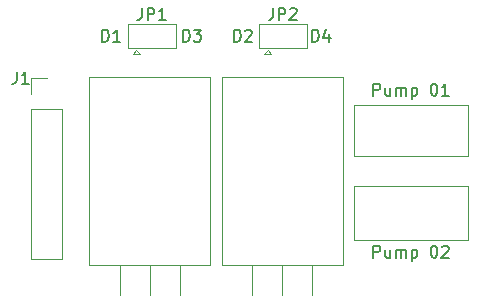
<source format=gbr>
G04 #@! TF.GenerationSoftware,KiCad,Pcbnew,(5.1.5)-3*
G04 #@! TF.CreationDate,2020-04-12T00:57:34+02:00*
G04 #@! TF.ProjectId,schinkli_pumps,73636869-6e6b-46c6-995f-70756d70732e,rev?*
G04 #@! TF.SameCoordinates,Original*
G04 #@! TF.FileFunction,Legend,Top*
G04 #@! TF.FilePolarity,Positive*
%FSLAX46Y46*%
G04 Gerber Fmt 4.6, Leading zero omitted, Abs format (unit mm)*
G04 Created by KiCad (PCBNEW (5.1.5)-3) date 2020-04-12 00:57:34*
%MOMM*%
%LPD*%
G04 APERTURE LIST*
%ADD10C,0.120000*%
%ADD11C,0.150000*%
G04 APERTURE END LIST*
D10*
X79502000Y-109474000D02*
X89154000Y-109474000D01*
X79502000Y-113792000D02*
X79502000Y-109474000D01*
X89154000Y-113792000D02*
X79502000Y-113792000D01*
X89154000Y-109474000D02*
X89154000Y-113792000D01*
X89154000Y-120904000D02*
X89154000Y-116332000D01*
X79502000Y-120904000D02*
X89154000Y-120904000D01*
X79502000Y-116332000D02*
X79502000Y-120904000D01*
X89154000Y-116332000D02*
X79502000Y-116332000D01*
D11*
X75969904Y-104084380D02*
X75969904Y-103084380D01*
X76208000Y-103084380D01*
X76350857Y-103132000D01*
X76446095Y-103227238D01*
X76493714Y-103322476D01*
X76541333Y-103512952D01*
X76541333Y-103655809D01*
X76493714Y-103846285D01*
X76446095Y-103941523D01*
X76350857Y-104036761D01*
X76208000Y-104084380D01*
X75969904Y-104084380D01*
X77398476Y-103417714D02*
X77398476Y-104084380D01*
X77160380Y-103036761D02*
X76922285Y-103751047D01*
X77541333Y-103751047D01*
X69365904Y-104084380D02*
X69365904Y-103084380D01*
X69604000Y-103084380D01*
X69746857Y-103132000D01*
X69842095Y-103227238D01*
X69889714Y-103322476D01*
X69937333Y-103512952D01*
X69937333Y-103655809D01*
X69889714Y-103846285D01*
X69842095Y-103941523D01*
X69746857Y-104036761D01*
X69604000Y-104084380D01*
X69365904Y-104084380D01*
X70318285Y-103179619D02*
X70365904Y-103132000D01*
X70461142Y-103084380D01*
X70699238Y-103084380D01*
X70794476Y-103132000D01*
X70842095Y-103179619D01*
X70889714Y-103274857D01*
X70889714Y-103370095D01*
X70842095Y-103512952D01*
X70270666Y-104084380D01*
X70889714Y-104084380D01*
X65047904Y-104084380D02*
X65047904Y-103084380D01*
X65286000Y-103084380D01*
X65428857Y-103132000D01*
X65524095Y-103227238D01*
X65571714Y-103322476D01*
X65619333Y-103512952D01*
X65619333Y-103655809D01*
X65571714Y-103846285D01*
X65524095Y-103941523D01*
X65428857Y-104036761D01*
X65286000Y-104084380D01*
X65047904Y-104084380D01*
X65952666Y-103084380D02*
X66571714Y-103084380D01*
X66238380Y-103465333D01*
X66381238Y-103465333D01*
X66476476Y-103512952D01*
X66524095Y-103560571D01*
X66571714Y-103655809D01*
X66571714Y-103893904D01*
X66524095Y-103989142D01*
X66476476Y-104036761D01*
X66381238Y-104084380D01*
X66095523Y-104084380D01*
X66000285Y-104036761D01*
X65952666Y-103989142D01*
X58189904Y-104084380D02*
X58189904Y-103084380D01*
X58428000Y-103084380D01*
X58570857Y-103132000D01*
X58666095Y-103227238D01*
X58713714Y-103322476D01*
X58761333Y-103512952D01*
X58761333Y-103655809D01*
X58713714Y-103846285D01*
X58666095Y-103941523D01*
X58570857Y-104036761D01*
X58428000Y-104084380D01*
X58189904Y-104084380D01*
X59713714Y-104084380D02*
X59142285Y-104084380D01*
X59428000Y-104084380D02*
X59428000Y-103084380D01*
X59332761Y-103227238D01*
X59237523Y-103322476D01*
X59142285Y-103370095D01*
D10*
X52170000Y-107170000D02*
X53500000Y-107170000D01*
X52170000Y-108500000D02*
X52170000Y-107170000D01*
X52170000Y-109770000D02*
X54830000Y-109770000D01*
X54830000Y-109770000D02*
X54830000Y-122530000D01*
X52170000Y-109770000D02*
X52170000Y-122530000D01*
X52170000Y-122530000D02*
X54830000Y-122530000D01*
X75980000Y-123010000D02*
X75980000Y-125550000D01*
X73440000Y-123010000D02*
X73440000Y-125550000D01*
X70900000Y-123010000D02*
X70900000Y-125550000D01*
X78560000Y-107120000D02*
X78560000Y-123010000D01*
X68320000Y-107120000D02*
X68320000Y-123010000D01*
X68320000Y-107120000D02*
X78560000Y-107120000D01*
X68320000Y-123010000D02*
X78560000Y-123010000D01*
X64780000Y-123010000D02*
X64780000Y-125550000D01*
X62240000Y-123010000D02*
X62240000Y-125550000D01*
X59700000Y-123010000D02*
X59700000Y-125550000D01*
X67360000Y-107120000D02*
X67360000Y-123010000D01*
X57120000Y-107120000D02*
X57120000Y-123010000D01*
X57120000Y-107120000D02*
X67360000Y-107120000D01*
X57120000Y-123010000D02*
X67360000Y-123010000D01*
X71450000Y-102600000D02*
X75550000Y-102600000D01*
X75550000Y-102600000D02*
X75550000Y-104600000D01*
X75550000Y-104600000D02*
X71450000Y-104600000D01*
X71450000Y-104600000D02*
X71450000Y-102600000D01*
X72200000Y-104800000D02*
X71900000Y-105100000D01*
X71900000Y-105100000D02*
X72500000Y-105100000D01*
X72200000Y-104800000D02*
X72500000Y-105100000D01*
X60350000Y-102600000D02*
X64450000Y-102600000D01*
X64450000Y-102600000D02*
X64450000Y-104600000D01*
X64450000Y-104600000D02*
X60350000Y-104600000D01*
X60350000Y-104600000D02*
X60350000Y-102600000D01*
X61100000Y-104800000D02*
X60800000Y-105100000D01*
X60800000Y-105100000D02*
X61400000Y-105100000D01*
X61100000Y-104800000D02*
X61400000Y-105100000D01*
D11*
X50974666Y-106640380D02*
X50974666Y-107354666D01*
X50927047Y-107497523D01*
X50831809Y-107592761D01*
X50688952Y-107640380D01*
X50593714Y-107640380D01*
X51974666Y-107640380D02*
X51403238Y-107640380D01*
X51688952Y-107640380D02*
X51688952Y-106640380D01*
X51593714Y-106783238D01*
X51498476Y-106878476D01*
X51403238Y-106926095D01*
X81161333Y-122372380D02*
X81161333Y-121372380D01*
X81542285Y-121372380D01*
X81637523Y-121420000D01*
X81685142Y-121467619D01*
X81732761Y-121562857D01*
X81732761Y-121705714D01*
X81685142Y-121800952D01*
X81637523Y-121848571D01*
X81542285Y-121896190D01*
X81161333Y-121896190D01*
X82589904Y-121705714D02*
X82589904Y-122372380D01*
X82161333Y-121705714D02*
X82161333Y-122229523D01*
X82208952Y-122324761D01*
X82304190Y-122372380D01*
X82447047Y-122372380D01*
X82542285Y-122324761D01*
X82589904Y-122277142D01*
X83066095Y-122372380D02*
X83066095Y-121705714D01*
X83066095Y-121800952D02*
X83113714Y-121753333D01*
X83208952Y-121705714D01*
X83351809Y-121705714D01*
X83447047Y-121753333D01*
X83494666Y-121848571D01*
X83494666Y-122372380D01*
X83494666Y-121848571D02*
X83542285Y-121753333D01*
X83637523Y-121705714D01*
X83780380Y-121705714D01*
X83875619Y-121753333D01*
X83923238Y-121848571D01*
X83923238Y-122372380D01*
X84399428Y-121705714D02*
X84399428Y-122705714D01*
X84399428Y-121753333D02*
X84494666Y-121705714D01*
X84685142Y-121705714D01*
X84780380Y-121753333D01*
X84828000Y-121800952D01*
X84875619Y-121896190D01*
X84875619Y-122181904D01*
X84828000Y-122277142D01*
X84780380Y-122324761D01*
X84685142Y-122372380D01*
X84494666Y-122372380D01*
X84399428Y-122324761D01*
X86256571Y-121372380D02*
X86351809Y-121372380D01*
X86447047Y-121420000D01*
X86494666Y-121467619D01*
X86542285Y-121562857D01*
X86589904Y-121753333D01*
X86589904Y-121991428D01*
X86542285Y-122181904D01*
X86494666Y-122277142D01*
X86447047Y-122324761D01*
X86351809Y-122372380D01*
X86256571Y-122372380D01*
X86161333Y-122324761D01*
X86113714Y-122277142D01*
X86066095Y-122181904D01*
X86018476Y-121991428D01*
X86018476Y-121753333D01*
X86066095Y-121562857D01*
X86113714Y-121467619D01*
X86161333Y-121420000D01*
X86256571Y-121372380D01*
X86970857Y-121467619D02*
X87018476Y-121420000D01*
X87113714Y-121372380D01*
X87351809Y-121372380D01*
X87447047Y-121420000D01*
X87494666Y-121467619D01*
X87542285Y-121562857D01*
X87542285Y-121658095D01*
X87494666Y-121800952D01*
X86923238Y-122372380D01*
X87542285Y-122372380D01*
X81161333Y-108656380D02*
X81161333Y-107656380D01*
X81542285Y-107656380D01*
X81637523Y-107704000D01*
X81685142Y-107751619D01*
X81732761Y-107846857D01*
X81732761Y-107989714D01*
X81685142Y-108084952D01*
X81637523Y-108132571D01*
X81542285Y-108180190D01*
X81161333Y-108180190D01*
X82589904Y-107989714D02*
X82589904Y-108656380D01*
X82161333Y-107989714D02*
X82161333Y-108513523D01*
X82208952Y-108608761D01*
X82304190Y-108656380D01*
X82447047Y-108656380D01*
X82542285Y-108608761D01*
X82589904Y-108561142D01*
X83066095Y-108656380D02*
X83066095Y-107989714D01*
X83066095Y-108084952D02*
X83113714Y-108037333D01*
X83208952Y-107989714D01*
X83351809Y-107989714D01*
X83447047Y-108037333D01*
X83494666Y-108132571D01*
X83494666Y-108656380D01*
X83494666Y-108132571D02*
X83542285Y-108037333D01*
X83637523Y-107989714D01*
X83780380Y-107989714D01*
X83875619Y-108037333D01*
X83923238Y-108132571D01*
X83923238Y-108656380D01*
X84399428Y-107989714D02*
X84399428Y-108989714D01*
X84399428Y-108037333D02*
X84494666Y-107989714D01*
X84685142Y-107989714D01*
X84780380Y-108037333D01*
X84828000Y-108084952D01*
X84875619Y-108180190D01*
X84875619Y-108465904D01*
X84828000Y-108561142D01*
X84780380Y-108608761D01*
X84685142Y-108656380D01*
X84494666Y-108656380D01*
X84399428Y-108608761D01*
X86256571Y-107656380D02*
X86351809Y-107656380D01*
X86447047Y-107704000D01*
X86494666Y-107751619D01*
X86542285Y-107846857D01*
X86589904Y-108037333D01*
X86589904Y-108275428D01*
X86542285Y-108465904D01*
X86494666Y-108561142D01*
X86447047Y-108608761D01*
X86351809Y-108656380D01*
X86256571Y-108656380D01*
X86161333Y-108608761D01*
X86113714Y-108561142D01*
X86066095Y-108465904D01*
X86018476Y-108275428D01*
X86018476Y-108037333D01*
X86066095Y-107846857D01*
X86113714Y-107751619D01*
X86161333Y-107704000D01*
X86256571Y-107656380D01*
X87542285Y-108656380D02*
X86970857Y-108656380D01*
X87256571Y-108656380D02*
X87256571Y-107656380D01*
X87161333Y-107799238D01*
X87066095Y-107894476D01*
X86970857Y-107942095D01*
X72666666Y-101252380D02*
X72666666Y-101966666D01*
X72619047Y-102109523D01*
X72523809Y-102204761D01*
X72380952Y-102252380D01*
X72285714Y-102252380D01*
X73142857Y-102252380D02*
X73142857Y-101252380D01*
X73523809Y-101252380D01*
X73619047Y-101300000D01*
X73666666Y-101347619D01*
X73714285Y-101442857D01*
X73714285Y-101585714D01*
X73666666Y-101680952D01*
X73619047Y-101728571D01*
X73523809Y-101776190D01*
X73142857Y-101776190D01*
X74095238Y-101347619D02*
X74142857Y-101300000D01*
X74238095Y-101252380D01*
X74476190Y-101252380D01*
X74571428Y-101300000D01*
X74619047Y-101347619D01*
X74666666Y-101442857D01*
X74666666Y-101538095D01*
X74619047Y-101680952D01*
X74047619Y-102252380D01*
X74666666Y-102252380D01*
X61566666Y-101252380D02*
X61566666Y-101966666D01*
X61519047Y-102109523D01*
X61423809Y-102204761D01*
X61280952Y-102252380D01*
X61185714Y-102252380D01*
X62042857Y-102252380D02*
X62042857Y-101252380D01*
X62423809Y-101252380D01*
X62519047Y-101300000D01*
X62566666Y-101347619D01*
X62614285Y-101442857D01*
X62614285Y-101585714D01*
X62566666Y-101680952D01*
X62519047Y-101728571D01*
X62423809Y-101776190D01*
X62042857Y-101776190D01*
X63566666Y-102252380D02*
X62995238Y-102252380D01*
X63280952Y-102252380D02*
X63280952Y-101252380D01*
X63185714Y-101395238D01*
X63090476Y-101490476D01*
X62995238Y-101538095D01*
M02*

</source>
